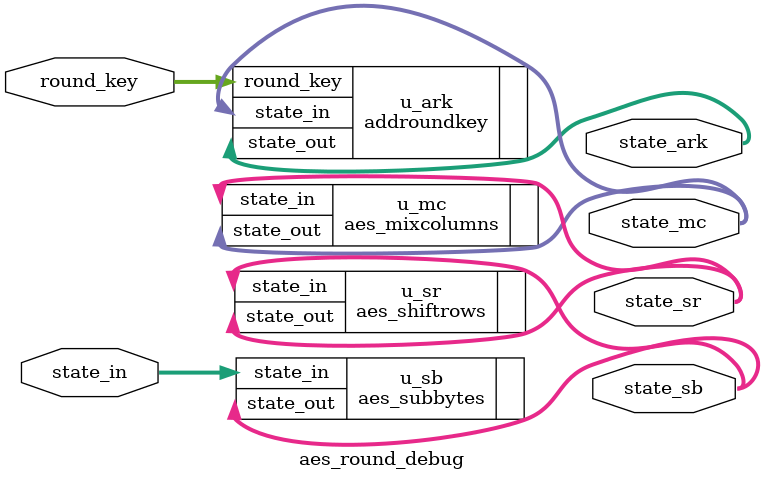
<source format=v>
`timescale 1ns / 1ps


module aes_round_debug (
    input  wire [127:0] state_in,
    input  wire [127:0] round_key,
    output wire [127:0] state_sb,
    output wire [127:0] state_sr,
    output wire [127:0] state_mc,
    output wire [127:0] state_ark
);

    // Instantiate all AES round operations
    aes_subbytes  u_sb  (.state_in(state_in),  .state_out(state_sb));
    aes_shiftrows u_sr  (.state_in(state_sb), .state_out(state_sr));
    aes_mixcolumns u_mc (.state_in(state_sr), .state_out(state_mc));
    addroundkey   u_ark (.state_in(state_mc), .round_key(round_key), .state_out(state_ark));

endmodule

</source>
